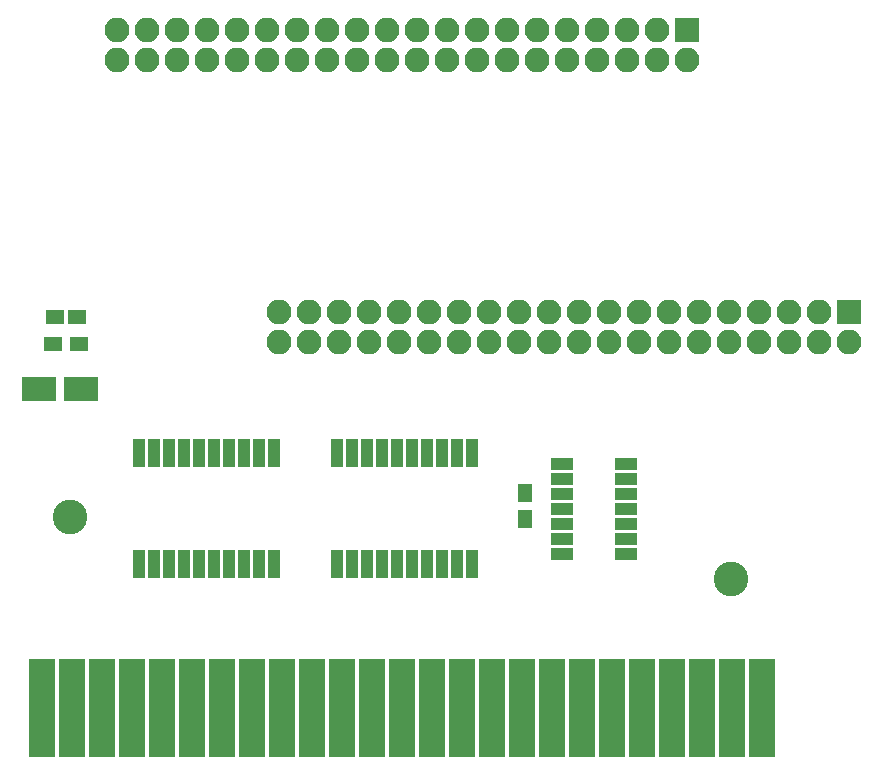
<source format=gbr>
G04 #@! TF.FileFunction,Soldermask,Bot*
%FSLAX46Y46*%
G04 Gerber Fmt 4.6, Leading zero omitted, Abs format (unit mm)*
G04 Created by KiCad (PCBNEW 4.0.7) date 03/01/18 16:35:59*
%MOMM*%
%LPD*%
G01*
G04 APERTURE LIST*
%ADD10C,0.100000*%
%ADD11R,2.100000X2.100000*%
%ADD12O,2.100000X2.100000*%
%ADD13C,2.940000*%
%ADD14R,2.200000X8.400000*%
%ADD15R,1.300000X1.600000*%
%ADD16R,1.000000X2.350000*%
%ADD17R,1.900000X1.000000*%
%ADD18R,1.600000X1.150000*%
%ADD19R,3.000000X2.000000*%
%ADD20R,1.600000X1.300000*%
G04 APERTURE END LIST*
D10*
D11*
X181635000Y-52451000D03*
D12*
X181635000Y-54991000D03*
X179095000Y-52451000D03*
X179095000Y-54991000D03*
X176555000Y-52451000D03*
X176555000Y-54991000D03*
X174015000Y-52451000D03*
X174015000Y-54991000D03*
X171475000Y-52451000D03*
X171475000Y-54991000D03*
X168935000Y-52451000D03*
X168935000Y-54991000D03*
X166395000Y-52451000D03*
X166395000Y-54991000D03*
X163855000Y-52451000D03*
X163855000Y-54991000D03*
X161315000Y-52451000D03*
X161315000Y-54991000D03*
X158775000Y-52451000D03*
X158775000Y-54991000D03*
X156235000Y-52451000D03*
X156235000Y-54991000D03*
X153695000Y-52451000D03*
X153695000Y-54991000D03*
X151155000Y-52451000D03*
X151155000Y-54991000D03*
X148615000Y-52451000D03*
X148615000Y-54991000D03*
X146075000Y-52451000D03*
X146075000Y-54991000D03*
X143535000Y-52451000D03*
X143535000Y-54991000D03*
X140995000Y-52451000D03*
X140995000Y-54991000D03*
X138455000Y-52451000D03*
X138455000Y-54991000D03*
X135915000Y-52451000D03*
X135915000Y-54991000D03*
X133375000Y-52451000D03*
X133375000Y-54991000D03*
D11*
X195326000Y-76327000D03*
D12*
X195326000Y-78867000D03*
X192786000Y-76327000D03*
X192786000Y-78867000D03*
X190246000Y-76327000D03*
X190246000Y-78867000D03*
X187706000Y-76327000D03*
X187706000Y-78867000D03*
X185166000Y-76327000D03*
X185166000Y-78867000D03*
X182626000Y-76327000D03*
X182626000Y-78867000D03*
X180086000Y-76327000D03*
X180086000Y-78867000D03*
X177546000Y-76327000D03*
X177546000Y-78867000D03*
X175006000Y-76327000D03*
X175006000Y-78867000D03*
X172466000Y-76327000D03*
X172466000Y-78867000D03*
X169926000Y-76327000D03*
X169926000Y-78867000D03*
X167386000Y-76327000D03*
X167386000Y-78867000D03*
X164846000Y-76327000D03*
X164846000Y-78867000D03*
X162306000Y-76327000D03*
X162306000Y-78867000D03*
X159766000Y-76327000D03*
X159766000Y-78867000D03*
X157226000Y-76327000D03*
X157226000Y-78867000D03*
X154686000Y-76327000D03*
X154686000Y-78867000D03*
X152146000Y-76327000D03*
X152146000Y-78867000D03*
X149606000Y-76327000D03*
X149606000Y-78867000D03*
X147066000Y-76327000D03*
X147066000Y-78867000D03*
D13*
X185333640Y-98897440D03*
D14*
X187949840Y-109827440D03*
X185409840Y-109827440D03*
X182869840Y-109827440D03*
X180329840Y-109827440D03*
X177789840Y-109827440D03*
X175249840Y-109827440D03*
X172709840Y-109827440D03*
X170169840Y-109827440D03*
X167629840Y-109827440D03*
X165089840Y-109827440D03*
X162549840Y-109827440D03*
X160009840Y-109827440D03*
X157469840Y-109827440D03*
X154929840Y-109827440D03*
X152389840Y-109827440D03*
X149849840Y-109827440D03*
X147309840Y-109827440D03*
X144769840Y-109827440D03*
X142229840Y-109827440D03*
X139689840Y-109827440D03*
X137149840Y-109827440D03*
X134609840Y-109827440D03*
X132069840Y-109827440D03*
X129529840Y-109827440D03*
X126989840Y-109827440D03*
D13*
X129334260Y-93695520D03*
D15*
X167894000Y-93810000D03*
X167894000Y-91610000D03*
D16*
X152019000Y-88264000D03*
X153289000Y-88264000D03*
X154559000Y-88264000D03*
X155829000Y-88264000D03*
X157099000Y-88264000D03*
X158369000Y-88264000D03*
X159639000Y-88264000D03*
X160909000Y-88264000D03*
X162179000Y-88264000D03*
X163449000Y-88264000D03*
X163449000Y-97664000D03*
X162179000Y-97664000D03*
X160909000Y-97664000D03*
X159639000Y-97664000D03*
X158369000Y-97664000D03*
X157099000Y-97664000D03*
X155829000Y-97664000D03*
X154559000Y-97664000D03*
X153289000Y-97664000D03*
X152019000Y-97664000D03*
X135255000Y-88264000D03*
X136525000Y-88264000D03*
X137795000Y-88264000D03*
X139065000Y-88264000D03*
X140335000Y-88264000D03*
X141605000Y-88264000D03*
X142875000Y-88264000D03*
X144145000Y-88264000D03*
X145415000Y-88264000D03*
X146685000Y-88264000D03*
X146685000Y-97664000D03*
X145415000Y-97664000D03*
X144145000Y-97664000D03*
X142875000Y-97664000D03*
X141605000Y-97664000D03*
X140335000Y-97664000D03*
X139065000Y-97664000D03*
X137795000Y-97664000D03*
X136525000Y-97664000D03*
X135255000Y-97664000D03*
D17*
X176436000Y-89154000D03*
X176436000Y-90424000D03*
X176436000Y-91694000D03*
X176436000Y-92964000D03*
X176436000Y-94234000D03*
X176436000Y-95504000D03*
X176436000Y-96774000D03*
X171036000Y-96774000D03*
X171036000Y-95504000D03*
X171036000Y-94234000D03*
X171036000Y-92964000D03*
X171036000Y-91694000D03*
X171036000Y-90424000D03*
X171036000Y-89154000D03*
D18*
X129982000Y-76708000D03*
X128082000Y-76708000D03*
D19*
X130324000Y-82804000D03*
X126724000Y-82804000D03*
D20*
X130132000Y-78994000D03*
X127932000Y-78994000D03*
M02*

</source>
